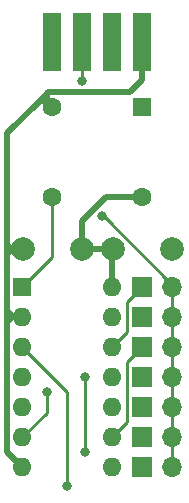
<source format=gtl>
G04 #@! TF.GenerationSoftware,KiCad,Pcbnew,5.1.10*
G04 #@! TF.CreationDate,2022-01-26T01:17:43-08:00*
G04 #@! TF.ProjectId,Baud_Generator,42617564-5f47-4656-9e65-7261746f722e,rev?*
G04 #@! TF.SameCoordinates,Original*
G04 #@! TF.FileFunction,Copper,L1,Top*
G04 #@! TF.FilePolarity,Positive*
%FSLAX46Y46*%
G04 Gerber Fmt 4.6, Leading zero omitted, Abs format (unit mm)*
G04 Created by KiCad (PCBNEW 5.1.10) date 2022-01-26 01:17:43*
%MOMM*%
%LPD*%
G01*
G04 APERTURE LIST*
G04 #@! TA.AperFunction,ComponentPad*
%ADD10R,1.700000X1.700000*%
G04 #@! TD*
G04 #@! TA.AperFunction,ComponentPad*
%ADD11O,1.700000X1.700000*%
G04 #@! TD*
G04 #@! TA.AperFunction,ComponentPad*
%ADD12C,2.000000*%
G04 #@! TD*
G04 #@! TA.AperFunction,ComponentPad*
%ADD13O,1.600000X1.600000*%
G04 #@! TD*
G04 #@! TA.AperFunction,ComponentPad*
%ADD14R,1.600000X1.600000*%
G04 #@! TD*
G04 #@! TA.AperFunction,ComponentPad*
%ADD15C,1.600000*%
G04 #@! TD*
G04 #@! TA.AperFunction,ConnectorPad*
%ADD16R,1.500000X5.000000*%
G04 #@! TD*
G04 #@! TA.AperFunction,ViaPad*
%ADD17C,0.800000*%
G04 #@! TD*
G04 #@! TA.AperFunction,Conductor*
%ADD18C,0.500000*%
G04 #@! TD*
G04 #@! TA.AperFunction,Conductor*
%ADD19C,0.250000*%
G04 #@! TD*
G04 APERTURE END LIST*
D10*
X117395001Y-79930001D03*
D11*
X119935001Y-79930001D03*
D10*
X117395001Y-82470001D03*
D11*
X119935001Y-82470001D03*
D10*
X117395001Y-85010001D03*
D11*
X119935001Y-85010001D03*
D10*
X117395001Y-87550001D03*
D11*
X119935001Y-87550001D03*
D10*
X117395001Y-90090001D03*
D11*
X119935001Y-90090001D03*
D10*
X117395001Y-92630001D03*
D11*
X119935001Y-92630001D03*
D10*
X117395001Y-95170001D03*
D11*
X119935001Y-95170001D03*
D12*
X107315001Y-76755001D03*
X112315001Y-76755001D03*
X114935001Y-76755001D03*
X119935001Y-76755001D03*
D13*
X114855001Y-79930001D03*
X107235001Y-95170001D03*
X114855001Y-82470001D03*
X107235001Y-92630001D03*
X114855001Y-85010001D03*
X107235001Y-90090001D03*
X114855001Y-87550001D03*
X107235001Y-87550001D03*
X114855001Y-90090001D03*
X107235001Y-85010001D03*
X114855001Y-92630001D03*
X107235001Y-82470001D03*
X114855001Y-95170001D03*
D14*
X107235001Y-79930001D03*
X117395001Y-64690001D03*
D15*
X117395001Y-72310001D03*
X109775001Y-72310001D03*
X109775001Y-64690001D03*
D16*
X109775001Y-59155000D03*
X114855001Y-59155000D03*
X117395001Y-59155000D03*
X112315001Y-59155000D03*
D17*
X113966001Y-73905001D03*
X112315001Y-62455001D03*
X109275001Y-88805001D03*
X112569001Y-87550001D03*
X112569001Y-93883001D03*
X111045001Y-96805001D03*
D18*
X107315001Y-76755001D02*
X105965001Y-76755001D01*
X106345001Y-76755001D02*
X105965001Y-76375001D01*
X107315001Y-76755001D02*
X106345001Y-76755001D01*
X106365001Y-76755001D02*
X105965001Y-77155001D01*
X107315001Y-76755001D02*
X106365001Y-76755001D01*
X105965001Y-77155001D02*
X105965001Y-76375001D01*
X105965001Y-93900001D02*
X107235001Y-95170001D01*
X107235001Y-82470001D02*
X105965001Y-82470001D01*
X106430001Y-82470001D02*
X105965001Y-82005001D01*
X107235001Y-82470001D02*
X106430001Y-82470001D01*
X105965001Y-77155001D02*
X105965001Y-82005001D01*
X106410001Y-82470001D02*
X105965001Y-82915001D01*
X105965001Y-82915001D02*
X105965001Y-93900001D01*
X107235001Y-82470001D02*
X106410001Y-82470001D01*
X105965001Y-82005001D02*
X105965001Y-82915001D01*
X105965001Y-76375001D02*
X105965001Y-66905001D01*
X105965001Y-66905001D02*
X108715001Y-64155001D01*
X108715001Y-64155001D02*
X108980001Y-63890001D01*
X109775001Y-64685001D02*
X108980001Y-63890001D01*
X109225001Y-64140001D02*
X109775001Y-64690001D01*
X109240001Y-64155001D02*
X109775001Y-64690001D01*
X108715001Y-64155001D02*
X109240001Y-64155001D01*
X108980001Y-63890001D02*
X109435001Y-63435001D01*
D19*
X109435001Y-64350001D02*
X109775001Y-64690001D01*
X109435001Y-63435001D02*
X109435001Y-64350001D01*
D18*
X116350001Y-63435001D02*
X109435001Y-63435001D01*
X117395001Y-62390001D02*
X116350001Y-63435001D01*
X117395001Y-58655000D02*
X117395001Y-62390001D01*
X114855001Y-76675001D02*
X114935001Y-76755001D01*
X112315001Y-76755001D02*
X114935001Y-76755001D01*
X114325001Y-72310001D02*
X117395001Y-72310001D01*
X112315001Y-74320001D02*
X114325001Y-72310001D01*
X112315001Y-76755001D02*
X112315001Y-74320001D01*
X114855001Y-76835001D02*
X114855001Y-79930001D01*
X114935001Y-76755001D02*
X114855001Y-76835001D01*
D19*
X119935001Y-79930001D02*
X119935001Y-95170001D01*
X119935001Y-79325001D02*
X119935001Y-79930001D01*
X114102003Y-73961001D02*
X113966001Y-73961001D01*
X119935001Y-79793999D02*
X114102003Y-73961001D01*
X119935001Y-79930001D02*
X119935001Y-79793999D01*
X112315001Y-59155000D02*
X112315001Y-62205001D01*
X109775001Y-77390001D02*
X107235001Y-79930001D01*
X109775001Y-72310001D02*
X109775001Y-77390001D01*
X116125001Y-83740001D02*
X114855001Y-85010001D01*
X116125001Y-81200001D02*
X116125001Y-83740001D01*
X117395001Y-79930001D02*
X116125001Y-81200001D01*
X116125001Y-86280001D02*
X117395001Y-85010001D01*
X116125001Y-91360001D02*
X116125001Y-86280001D01*
X114855001Y-92630001D02*
X116125001Y-91360001D01*
X109275001Y-90590001D02*
X107235001Y-92630001D01*
X109275001Y-88805001D02*
X109275001Y-90590001D01*
X112569001Y-87550001D02*
X112569001Y-93773001D01*
X111045001Y-88820001D02*
X111045001Y-96805001D01*
X107235001Y-85010001D02*
X111045001Y-88820001D01*
M02*

</source>
